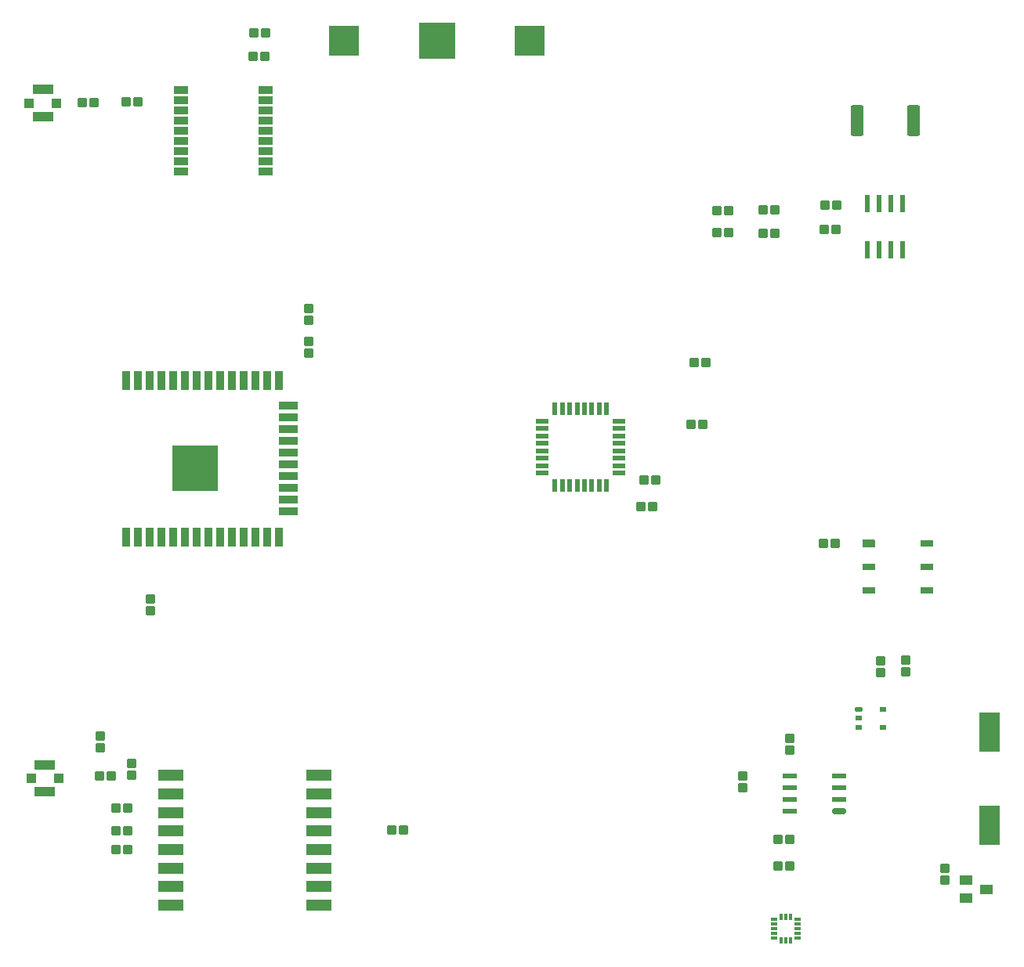
<source format=gbr>
%TF.GenerationSoftware,KiCad,Pcbnew,(5.99.0-10506-gb986797469)*%
%TF.CreationDate,2021-06-08T11:43:44+02:00*%
%TF.ProjectId,LoRa tracker,4c6f5261-2074-4726-9163-6b65722e6b69,rev?*%
%TF.SameCoordinates,Original*%
%TF.FileFunction,Paste,Top*%
%TF.FilePolarity,Positive*%
%FSLAX46Y46*%
G04 Gerber Fmt 4.6, Leading zero omitted, Abs format (unit mm)*
G04 Created by KiCad (PCBNEW (5.99.0-10506-gb986797469)) date 2021-06-08 11:43:44*
%MOMM*%
%LPD*%
G01*
G04 APERTURE LIST*
G04 Aperture macros list*
%AMRoundRect*
0 Rectangle with rounded corners*
0 $1 Rounding radius*
0 $2 $3 $4 $5 $6 $7 $8 $9 X,Y pos of 4 corners*
0 Add a 4 corners polygon primitive as box body*
4,1,4,$2,$3,$4,$5,$6,$7,$8,$9,$2,$3,0*
0 Add four circle primitives for the rounded corners*
1,1,$1+$1,$2,$3*
1,1,$1+$1,$4,$5*
1,1,$1+$1,$6,$7*
1,1,$1+$1,$8,$9*
0 Add four rect primitives between the rounded corners*
20,1,$1+$1,$2,$3,$4,$5,0*
20,1,$1+$1,$4,$5,$6,$7,0*
20,1,$1+$1,$6,$7,$8,$9,0*
20,1,$1+$1,$8,$9,$2,$3,0*%
%AMOutline5P*
0 Free polygon, 5 corners , with rotation*
0 The origin of the aperture is its center*
0 number of corners: always 8*
0 $1 to $10 corner X, Y*
0 $11 Rotation angle, in degrees counterclockwise*
0 create outline with 8 corners*
4,1,5,$1,$2,$3,$4,$5,$6,$7,$8,$9,$10,$1,$2,$11*%
%AMOutline6P*
0 Free polygon, 6 corners , with rotation*
0 The origin of the aperture is its center*
0 number of corners: always 6*
0 $1 to $12 corner X, Y*
0 $13 Rotation angle, in degrees counterclockwise*
0 create outline with 6 corners*
4,1,6,$1,$2,$3,$4,$5,$6,$7,$8,$9,$10,$11,$12,$1,$2,$13*%
%AMOutline7P*
0 Free polygon, 7 corners , with rotation*
0 The origin of the aperture is its center*
0 number of corners: always 7*
0 $1 to $14 corner X, Y*
0 $15 Rotation angle, in degrees counterclockwise*
0 create outline with 7 corners*
4,1,7,$1,$2,$3,$4,$5,$6,$7,$8,$9,$10,$11,$12,$13,$14,$1,$2,$15*%
%AMOutline8P*
0 Free polygon, 8 corners , with rotation*
0 The origin of the aperture is its center*
0 number of corners: always 8*
0 $1 to $16 corner X, Y*
0 $17 Rotation angle, in degrees counterclockwise*
0 create outline with 8 corners*
4,1,8,$1,$2,$3,$4,$5,$6,$7,$8,$9,$10,$11,$12,$13,$14,$15,$16,$1,$2,$17*%
G04 Aperture macros list end*
%ADD10RoundRect,0.250000X-0.300000X0.250000X-0.300000X-0.250000X0.300000X-0.250000X0.300000X0.250000X0*%
%ADD11R,0.800000X0.300000*%
%ADD12R,0.300000X0.800000*%
%ADD13RoundRect,0.250000X0.300000X-0.250000X0.300000X0.250000X-0.300000X0.250000X-0.300000X-0.250000X0*%
%ADD14R,2.800000X1.200000*%
%ADD15RoundRect,0.250000X0.250000X0.300000X-0.250000X0.300000X-0.250000X-0.300000X0.250000X-0.300000X0*%
%ADD16R,0.570000X1.460000*%
%ADD17R,1.460000X0.570000*%
%ADD18RoundRect,0.150000X-0.625000X0.150000X-0.625000X-0.150000X0.625000X-0.150000X0.625000X0.150000X0*%
%ADD19R,1.550000X0.600000*%
%ADD20R,2.310000X4.220000*%
%ADD21R,1.399540X0.998220*%
%ADD22RoundRect,0.137500X0.262500X-0.137500X0.262500X0.137500X-0.262500X0.137500X-0.262500X-0.137500X0*%
%ADD23R,0.800000X0.550000*%
%ADD24Outline5P,0.400000X0.700000X0.400000X-0.700000X-0.400000X-0.700000X-0.400000X0.540000X-0.240000X0.700000X270.000000*%
%ADD25R,1.400000X0.800000*%
%ADD26RoundRect,0.250000X-0.250000X-0.300000X0.250000X-0.300000X0.250000X0.300000X-0.250000X0.300000X0*%
%ADD27R,0.600000X1.970000*%
%ADD28R,0.900000X2.000000*%
%ADD29R,2.000000X0.900000*%
%ADD30R,5.000000X5.000000*%
%ADD31R,1.000000X1.000000*%
%ADD32R,2.200000X1.050000*%
%ADD33RoundRect,0.249999X0.450001X1.425001X-0.450001X1.425001X-0.450001X-1.425001X0.450001X-1.425001X0*%
%ADD34R,3.180000X3.180000*%
%ADD35R,3.960000X3.960000*%
%ADD36R,1.600000X0.900000*%
G04 APERTURE END LIST*
D10*
%TO.C,C26*%
X87142252Y-179639884D03*
X85872252Y-179639884D03*
%TD*%
%TO.C,R9*%
X85392252Y-173719884D03*
X84122252Y-173719884D03*
%TD*%
%TO.C,C7*%
X102113748Y-93387116D03*
X100843748Y-93387116D03*
%TD*%
D11*
%TO.C,U3*%
X157013748Y-189232116D03*
X157013748Y-189732116D03*
X157013748Y-190232116D03*
X157013748Y-190732116D03*
X157013748Y-191232116D03*
D12*
X157788748Y-191507116D03*
X158288748Y-191507116D03*
X158788748Y-191507116D03*
D11*
X159563748Y-191232116D03*
X159563748Y-190732116D03*
X159563748Y-190232116D03*
X159563748Y-189732116D03*
X159563748Y-189232116D03*
D12*
X158788748Y-188957116D03*
X158288748Y-188957116D03*
X157788748Y-188957116D03*
%TD*%
D10*
%TO.C,C5*%
X163808748Y-112002116D03*
X162538748Y-112002116D03*
%TD*%
D13*
%TO.C,C22*%
X148030000Y-135720000D03*
X149300000Y-135720000D03*
%TD*%
D10*
%TO.C,C27*%
X87177252Y-181724884D03*
X85907252Y-181724884D03*
%TD*%
%TO.C,R7*%
X116972000Y-179578000D03*
X115702000Y-179578000D03*
%TD*%
D13*
%TO.C,C21*%
X142661000Y-144577000D03*
X143931000Y-144577000D03*
%TD*%
D10*
%TO.C,L1*%
X88318748Y-100872116D03*
X87048748Y-100872116D03*
%TD*%
D14*
%TO.C,MOD1*%
X107800252Y-187695884D03*
X107800252Y-185695884D03*
X107800252Y-183695884D03*
X107800252Y-181695884D03*
X107800252Y-179695884D03*
X107800252Y-177695884D03*
X107800252Y-175695884D03*
X107800252Y-173695884D03*
X91800252Y-173695884D03*
X91800252Y-175695884D03*
X91800252Y-177695884D03*
X91800252Y-179695884D03*
X91800252Y-181695884D03*
X91800252Y-183695884D03*
X91800252Y-185695884D03*
X91800252Y-187695884D03*
%TD*%
D13*
%TO.C,C4*%
X150875000Y-114975000D03*
X152145000Y-114975000D03*
%TD*%
D15*
%TO.C,R6*%
X89662000Y-155834000D03*
X89662000Y-154564000D03*
%TD*%
D10*
%TO.C,C31*%
X158753748Y-183447116D03*
X157483748Y-183447116D03*
%TD*%
D16*
%TO.C,U7*%
X138944000Y-134046000D03*
X138144000Y-134046000D03*
X137344000Y-134046000D03*
X136544000Y-134046000D03*
X135744000Y-134046000D03*
X134944000Y-134046000D03*
X134144000Y-134046000D03*
X133344000Y-134046000D03*
D17*
X132014000Y-135376000D03*
X132014000Y-136176000D03*
X132014000Y-136976000D03*
X132014000Y-137776000D03*
X132014000Y-138576000D03*
X132014000Y-139376000D03*
X132014000Y-140176000D03*
X132014000Y-140976000D03*
D16*
X133344000Y-142306000D03*
X134144000Y-142306000D03*
X134944000Y-142306000D03*
X135744000Y-142306000D03*
X136544000Y-142306000D03*
X137344000Y-142306000D03*
X138144000Y-142306000D03*
X138944000Y-142306000D03*
D17*
X140274000Y-140976000D03*
X140274000Y-140176000D03*
X140274000Y-139376000D03*
X140274000Y-138576000D03*
X140274000Y-137776000D03*
X140274000Y-136976000D03*
X140274000Y-136176000D03*
X140274000Y-135376000D03*
%TD*%
D18*
%TO.C,U9*%
X164097326Y-177517116D03*
D19*
X164097326Y-176247116D03*
X164097326Y-174977116D03*
X164097326Y-173707116D03*
X158697326Y-173707116D03*
X158697326Y-174977116D03*
X158697326Y-176247116D03*
X158697326Y-177517116D03*
%TD*%
D15*
%TO.C,R2*%
X175448748Y-185032116D03*
X175448748Y-183762116D03*
%TD*%
D20*
%TO.C,PZ1*%
X180288748Y-179077116D03*
X180288748Y-168987116D03*
%TD*%
D21*
%TO.C,Q1*%
X177798928Y-185027156D03*
X177798928Y-186927076D03*
X179998568Y-185977116D03*
%TD*%
D22*
%TO.C,U5*%
X166176248Y-166549616D03*
D23*
X166176248Y-167499616D03*
X166176248Y-168449616D03*
X168776248Y-168449616D03*
X168776248Y-166549616D03*
%TD*%
D24*
%TO.C,U4*%
X167248748Y-148552116D03*
D25*
X167248748Y-151092116D03*
X167248748Y-153632116D03*
X173548748Y-153632116D03*
X173548748Y-151092116D03*
X173548748Y-148552116D03*
%TD*%
D15*
%TO.C,C30*%
X171228748Y-162519273D03*
X171228748Y-161249273D03*
%TD*%
D13*
%TO.C,C20*%
X142965000Y-141705000D03*
X144235000Y-141705000D03*
%TD*%
D10*
%TO.C,C6*%
X163738748Y-114672116D03*
X162468748Y-114672116D03*
%TD*%
D15*
%TO.C,R10*%
X106770000Y-128040000D03*
X106770000Y-126770000D03*
%TD*%
D26*
%TO.C,R5*%
X153683748Y-173717116D03*
X153683748Y-174987116D03*
%TD*%
D10*
%TO.C,C1*%
X157143748Y-112527116D03*
X155873748Y-112527116D03*
%TD*%
%TO.C,C25*%
X87142252Y-177249884D03*
X85872252Y-177249884D03*
%TD*%
D15*
%TO.C,C24*%
X84187252Y-170664884D03*
X84187252Y-169394884D03*
%TD*%
%TO.C,R11*%
X106770000Y-124440000D03*
X106770000Y-123170000D03*
%TD*%
D10*
%TO.C,C2*%
X157100000Y-115040000D03*
X155830000Y-115040000D03*
%TD*%
D27*
%TO.C,U1*%
X170913748Y-111872116D03*
X169643748Y-111872116D03*
X168373748Y-111872116D03*
X167103748Y-111872116D03*
X167103748Y-116812116D03*
X168373748Y-116812116D03*
X169643748Y-116812116D03*
X170913748Y-116812116D03*
%TD*%
D28*
%TO.C,U6*%
X86995000Y-147946000D03*
X88265000Y-147946000D03*
X89535000Y-147946000D03*
X90805000Y-147946000D03*
X92075000Y-147946000D03*
X93345000Y-147946000D03*
X94615000Y-147946000D03*
X95885000Y-147946000D03*
X97155000Y-147946000D03*
X98425000Y-147946000D03*
X99695000Y-147946000D03*
X100965000Y-147946000D03*
X102235000Y-147946000D03*
X103505000Y-147946000D03*
D29*
X104505000Y-145161000D03*
X104505000Y-143891000D03*
X104505000Y-142621000D03*
X104505000Y-141351000D03*
X104505000Y-140081000D03*
X104505000Y-138811000D03*
X104505000Y-137541000D03*
X104505000Y-136271000D03*
X104505000Y-135001000D03*
X104505000Y-133731000D03*
D28*
X103505000Y-130946000D03*
X102235000Y-130946000D03*
X100965000Y-130946000D03*
X99695000Y-130946000D03*
X98425000Y-130946000D03*
X97155000Y-130946000D03*
X95885000Y-130946000D03*
X94615000Y-130946000D03*
X93345000Y-130946000D03*
X92075000Y-130946000D03*
X90805000Y-130946000D03*
X89535000Y-130946000D03*
X88265000Y-130946000D03*
X86995000Y-130946000D03*
D30*
X94495000Y-140446000D03*
%TD*%
D26*
%TO.C,R4*%
X158693748Y-169667116D03*
X158693748Y-170937116D03*
%TD*%
D31*
%TO.C,AE3*%
X79732000Y-173990000D03*
X76732000Y-173990000D03*
D32*
X78232000Y-172515000D03*
X78232000Y-175465000D03*
%TD*%
D15*
%TO.C,C28*%
X168558748Y-162562116D03*
X168558748Y-161292116D03*
%TD*%
D10*
%TO.C,C9*%
X83553748Y-100887116D03*
X82283748Y-100887116D03*
%TD*%
%TO.C,C8*%
X102023748Y-95957116D03*
X100753748Y-95957116D03*
%TD*%
D13*
%TO.C,C33*%
X148370000Y-129060000D03*
X149640000Y-129060000D03*
%TD*%
D15*
%TO.C,C23*%
X87612252Y-173619884D03*
X87612252Y-172349884D03*
%TD*%
D13*
%TO.C,R3*%
X162383748Y-148577116D03*
X163653748Y-148577116D03*
%TD*%
D10*
%TO.C,C29*%
X158765905Y-180612116D03*
X157495905Y-180612116D03*
%TD*%
D33*
%TO.C,R1*%
X172098748Y-102892116D03*
X165998748Y-102892116D03*
%TD*%
D31*
%TO.C,AE1*%
X79518748Y-100972116D03*
X76518748Y-100972116D03*
D32*
X78018748Y-99497116D03*
X78018748Y-102447116D03*
%TD*%
D34*
%TO.C,BT1*%
X110578748Y-94272116D03*
X130618748Y-94272116D03*
D35*
X120598748Y-94272116D03*
%TD*%
D36*
%TO.C,MOD2*%
X102107344Y-108362116D03*
X102107344Y-107262116D03*
X102107344Y-106162116D03*
X102107344Y-105062116D03*
X102107344Y-103962116D03*
X102107344Y-102862116D03*
X102107344Y-101762116D03*
X102107344Y-100662116D03*
X102107344Y-99562116D03*
X92907344Y-99562116D03*
X92907344Y-100662116D03*
X92907344Y-101762116D03*
X92907344Y-102862116D03*
X92907344Y-103962116D03*
X92907344Y-105062116D03*
X92907344Y-106162116D03*
X92907344Y-107262116D03*
X92907344Y-108362116D03*
%TD*%
D13*
%TO.C,C3*%
X150858748Y-112652116D03*
X152128748Y-112652116D03*
%TD*%
M02*

</source>
